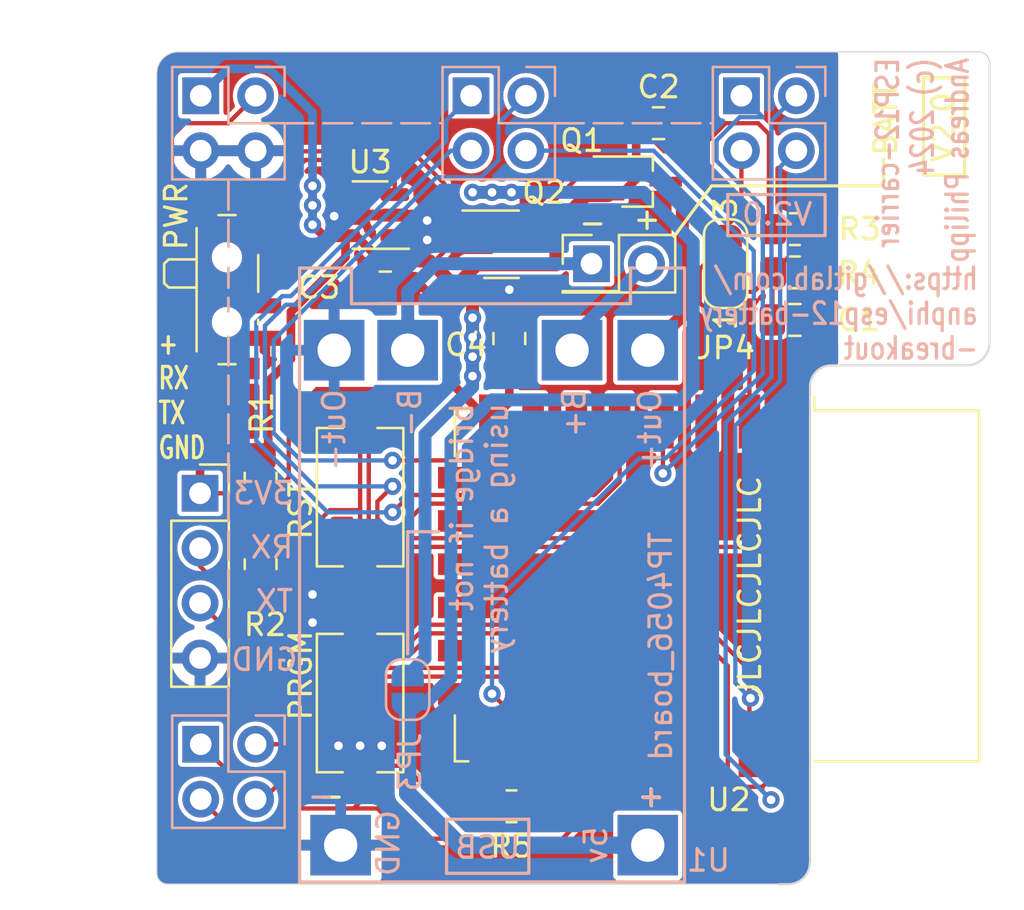
<source format=kicad_pcb>
(kicad_pcb (version 20221018) (generator pcbnew)
  (title_block (rev "2.0"))
  (layers (0 "F.Cu" signal) (31 "B.Cu" signal) (34 "B.Paste" user) (35 "F.Paste" user) (36 "B.SilkS" user "B.Silkscreen") (37 "F.SilkS" user "F.Silkscreen") (38 "B.Mask" user) (39 "F.Mask" user) (44 "Edge.Cuts" user))
  (property "VERSION" "2.0")
  (net 0 "")
  (net 1 "VCC_sense")
  (net 2 "GND")
  (net 3 "/B-")
  (net 4 "~{RST}")
  (net 5 "GPIO0")
  (net 6 "Net-(JP3-A)")
  (net 7 "ADC0")
  (net 8 "ADC")
  (net 9 "GPIO15")
  (net 10 "Net-(Q1-D)")
  (net 11 "Net-(U2-EN)")
  (net 12 "GPIO16")
  (net 13 "RXD")
  (net 14 "TXD")
  (net 15 "+3V3")
  (net 16 "GPIO14")
  (net 17 "GPIO12")
  (net 18 "GPIO13")
  (net 26 "VIN")
  (net 27 "GPIO2")
  (net 28 "GPIO4")
  (net 29 "GPIO5")
  (net 30 "/B+")
  (net 31 "EN")
  (footprint "Resistor_SMD:R_0805_2012Metric_Pad1.20x1.40mm_HandSolder" (layer "F.Cu") (at 85 110.9)
    (fp_text reference "R3" (at 3 0) (layer "F.SilkS"))
    (fp_text value "1M")
    (pad "1" smd roundrect (at -1 0) (size 1.2 1.4) (layers "F.Cu" "F.Paste" "F.Mask") (roundrect_rratio 0.208333) (net 26 "VIN"))
    (pad "2" smd roundrect (at 1 0) (size 1.2 1.4) (layers "F.Cu" "F.Paste" "F.Mask") (roundrect_rratio 0.208333) (net 1 "VCC_sense"))
  )
  (footprint "Capacitor_SMD:C_0805_2012Metric_Pad1.18x1.45mm_HandSolder" (layer "F.Cu") (at 85 115.1)
    (fp_text reference "C1" (at 2.95 0) (layer "F.SilkS"))
    (fp_text value "100n")
    (pad "1" smd roundrect (at -1.0375 0) (size 1.175 1.45) (layers "F.Cu" "F.Paste" "F.Mask") (roundrect_rratio 0.212766) (net 1 "VCC_sense"))
    (pad "2" smd roundrect (at 1.0375 0) (size 1.175 1.45) (layers "F.Cu" "F.Paste" "F.Mask") (roundrect_rratio 0.212766) (net 2 "GND"))
  )
  (footprint "Resistor_SMD:R_0805_2012Metric_Pad1.20x1.40mm_HandSolder" (layer "F.Cu") (at 60.3 126.4 -90)
    (fp_text reference "R2" (at 2.8 -0.2 -180) (layer "F.SilkS"))
    (fp_text value "10k")
    (pad "1" smd roundrect (at -1 0 270) (size 1.2 1.4) (layers "F.Cu" "F.Paste" "F.Mask") (roundrect_rratio 0.208333) (net 15 "+3V3"))
    (pad "2" smd roundrect (at 1 0 270) (size 1.2 1.4) (layers "F.Cu" "F.Paste" "F.Mask") (roundrect_rratio 0.208333) (net 4 "~{RST}"))
  )
  (footprint "Package_TO_SOT_SMD:SOT-23-5" (layer "F.Cu") (at 65.3625 110.25 180)
    (fp_text reference "U3" (at 0 2.45) (layer "F.SilkS"))
    (fp_text value "TLV75533PDBV")
    (pad "1" smd roundrect (at -1.1375 -0.95 180) (size 1.325 0.6) (layers "F.Cu" "F.Paste" "F.Mask") (net 26 "VIN"))
    (pad "2" smd roundrect (at -1.1375 0 180) (size 1.325 0.6) (layers "F.Cu" "F.Paste" "F.Mask") (net 2 "GND"))
    (pad "3" smd roundrect (at -1.1375 0.95 180) (size 1.325 0.6) (layers "F.Cu" "F.Paste" "F.Mask") (net 31 "EN"))
    (pad "4" smd roundrect (at 1.1375 0.95 180) (size 1.325 0.6) (layers "F.Cu" "F.Paste" "F.Mask"))
    (pad "5" smd roundrect (at 1.1375 -0.95 180) (size 1.325 0.6) (layers "F.Cu" "F.Paste" "F.Mask") (net 15 "+3V3"))
  )
  (footprint "Button_Switch_SMD:SW_Tactile_SPST_NO_Straight_CK_PTS636Sx25SMTRLFS" (layer "F.Cu") (at 64.9 123.3 90)
    (fp_text reference "SW2" hide)
    (fp_text value "RST" (at -0.6 -2.75 90 unlocked) (layer "F.SilkS"))
    (pad "1" smd rect (at -3.875 0 90) (size 1.25 1) (layers "F.Cu" "F.Paste" "F.Mask") (net 2 "GND"))
    (pad "2" smd rect (at 3.875 0 90) (size 1.25 1) (layers "F.Cu" "F.Paste" "F.Mask") (net 4 "~{RST}"))
  )
  (footprint "Jumper:SolderJumper-3_P1.3mm_Open_RoundedPad1.0x1.5mm_NumberLabels" (layer "F.Cu") (at 81.8 112.5 90)
    (fp_text reference "JP4" (at -3.9 0 180) (layer "F.SilkS"))
    (fp_text value "ADC_SRC")
    (fp_text user "3" (at 2.6 0 90) (layer "F.SilkS"))
    (fp_text user "1" (at -2.6 0 90) (layer "F.SilkS"))
    (pad "1" smd custom (at -1.3 0 90) (size 1 0.5) (layers "F.Cu" "F.Mask") (net 1 "VCC_sense") (options (clearance outline) (anchor rect)) (primitives (gr_circle (center 0 0.25) (end 0.5 0.25) (width 0) (fill yes)) (gr_circle (center 0 -0.25) (end 0.5 -0.25) (width 0) (fill yes)) (gr_poly (pts (xy 0.55 0.75) (xy 0 0.75) (xy 0 -0.75) (xy 0.55 -0.75)) (width 0) (fill yes))))
    (pad "2" smd rect (at 0 0 90) (size 1 1.5) (layers "F.Cu" "F.Mask") (net 7 "ADC0"))
    (pad "3" smd custom (at 1.3 0 90) (size 1 0.5) (layers "F.Cu" "F.Mask") (net 8 "ADC") (options (clearance outline) (anchor rect)) (primitives (gr_circle (center 0 0.25) (end 0.5 0.25) (width 0) (fill yes)) (gr_circle (center 0 -0.25) (end 0.5 -0.25) (width 0) (fill yes)) (gr_poly (pts (xy 0 0.75) (xy -0.55 0.75) (xy -0.55 -0.75) (xy 0 -0.75)) (width 0) (fill yes))))
  )
  (footprint "Connector_PinSocket_2.54mm:PinSocket_1x04_P2.54mm_Vertical" (layer "F.Cu") (at 57.5 123.12)
    (fp_text reference "J3" hide)
    (fp_text value "DEBUG")
    (pad "1" thru_hole rect (at 0 0) (size 1.7 1.7) (drill 1) (layers "*.Cu" "*.Mask") (net 15 "+3V3"))
    (pad "2" thru_hole oval (at 0 2.54) (size 1.7 1.7) (drill 1) (layers "*.Cu" "*.Mask") (net 13 "RXD"))
    (pad "3" thru_hole oval (at 0 5.08) (size 1.7 1.7) (drill 1) (layers "*.Cu" "*.Mask") (net 14 "TXD"))
    (pad "4" thru_hole oval (at 0 7.62) (size 1.7 1.7) (drill 1) (layers "*.Cu" "*.Mask") (net 2 "GND"))
  )
  (footprint "Package_TO_SOT_SMD:SOT-23-3" (layer "F.Cu") (at 71.4375 111.6)
    (fp_text reference "Q2" (at 1.9625 -2.4) (layer "F.SilkS"))
    (fp_text value "DMN2310U")
    (pad "1" smd roundrect (at -1.1375 -0.95) (size 1.325 0.6) (layers "F.Cu" "F.Paste" "F.Mask") (net 6 "Net-(JP3-A)"))
    (pad "2" smd roundrect (at -1.1375 0.95) (size 1.325 0.6) (layers "F.Cu" "F.Paste" "F.Mask") (net 26 "VIN"))
    (pad "3" smd roundrect (at 1.1375 0) (size 1.325 0.6) (layers "F.Cu" "F.Paste" "F.Mask") (net 6 "Net-(JP3-A)"))
  )
  (footprint "Capacitor_SMD:C_0805_2012Metric_Pad1.18x1.45mm_HandSolder" (layer "F.Cu") (at 66.0625 113.6 180)
    (fp_text reference "C3" (at 3.0625 0) (layer "F.SilkS"))
    (fp_text value "1u")
    (pad "1" smd roundrect (at -1.0375 0 180) (size 1.175 1.45) (layers "F.Cu" "F.Paste" "F.Mask") (roundrect_rratio 0.212766) (net 15 "+3V3"))
    (pad "2" smd roundrect (at 1.0375 0 180) (size 1.175 1.45) (layers "F.Cu" "F.Paste" "F.Mask") (roundrect_rratio 0.212766) (net 2 "GND"))
  )
  (footprint "Capacitor_SMD:C_0805_2012Metric_Pad1.18x1.45mm_HandSolder" (layer "F.Cu") (at 78.7 106)
    (fp_text reference "C2" (at 0 -1.68) (layer "F.SilkS"))
    (fp_text value "1u")
    (pad "1" smd roundrect (at -1.0375 0) (size 1.175 1.45) (layers "F.Cu" "F.Paste" "F.Mask") (roundrect_rratio 0.212766) (net 26 "VIN"))
    (pad "2" smd roundrect (at 1.0375 0) (size 1.175 1.45) (layers "F.Cu" "F.Paste" "F.Mask") (roundrect_rratio 0.212766) (net 2 "GND"))
  )
  (footprint "Button_Switch_SMD:SW_Tactile_SPST_NO_Straight_CK_PTS636Sx25SMTRLFS" (layer "F.Cu") (at 64.9 132.825 90)
    (fp_text reference "SW3" hide)
    (fp_text value "PRGM" (at 1.275 -2.75 90 unlocked) (layer "F.SilkS"))
    (pad "1" smd rect (at -3.875 0 90) (size 1.25 1) (layers "F.Cu" "F.Paste" "F.Mask") (net 5 "GPIO0"))
    (pad "2" smd rect (at 3.875 0 90) (size 1.25 1) (layers "F.Cu" "F.Paste" "F.Mask") (net 2 "GND"))
  )
  (footprint "RF_Module:ESP-12E" (layer "F.Cu") (at 81.4 127.4 -90)
    (fp_text reference "U2" (at 9.9 -0.55 -180) (layer "F.SilkS"))
    (fp_text value "ESP-12E")
    (pad "1" smd rect (at -7.6 -3.5 270) (size 2.5 1) (layers "F.Cu" "F.Paste" "F.Mask") (net 4 "~{RST}"))
    (pad "2" smd rect (at -7.6 -1.5 270) (size 2.5 1) (layers "F.Cu" "F.Paste" "F.Mask") (net 7 "ADC0"))
    (pad "3" smd rect (at -7.6 0.5 270) (size 2.5 1) (layers "F.Cu" "F.Paste" "F.Mask") (net 11 "Net-(U2-EN)"))
    (pad "4" smd rect (at -7.6 2.5 270) (size 2.5 1) (layers "F.Cu" "F.Paste" "F.Mask") (net 12 "GPIO16"))
    (pad "5" smd rect (at -7.6 4.5 270) (size 2.5 1) (layers "F.Cu" "F.Paste" "F.Mask") (net 16 "GPIO14"))
    (pad "6" smd rect (at -7.6 6.5 270) (size 2.5 1) (layers "F.Cu" "F.Paste" "F.Mask") (net 17 "GPIO12"))
    (pad "7" smd rect (at -7.6 8.5 270) (size 2.5 1) (layers "F.Cu" "F.Paste" "F.Mask") (net 18 "GPIO13"))
    (pad "8" smd rect (at -7.6 10.5 270) (size 2.5 1) (layers "F.Cu" "F.Paste" "F.Mask") (net 15 "+3V3"))
    (pad "9" smd rect (at -5 12 270) (size 1 1.8) (layers "F.Cu" "F.Paste" "F.Mask"))
    (pad "10" smd rect (at -3 12 270) (size 1 1.8) (layers "F.Cu" "F.Paste" "F.Mask"))
    (pad "11" smd rect (at -1 12 270) (size 1 1.8) (layers "F.Cu" "F.Paste" "F.Mask"))
    (pad "12" smd rect (at 1 12 270) (size 1 1.8) (layers "F.Cu" "F.Paste" "F.Mask"))
    (pad "13" smd rect (at 3 12 270) (size 1 1.8) (layers "F.Cu" "F.Paste" "F.Mask"))
    (pad "14" smd rect (at 5 12 270) (size 1 1.8) (layers "F.Cu" "F.Paste" "F.Mask"))
    (pad "15" smd rect (at 7.6 10.5 270) (size 2.5 1) (layers "F.Cu" "F.Paste" "F.Mask") (net 2 "GND"))
    (pad "16" smd rect (at 7.6 8.5 270) (size 2.5 1) (layers "F.Cu" "F.Paste" "F.Mask") (net 9 "GPIO15"))
    (pad "17" smd rect (at 7.6 6.5 270) (size 2.5 1) (layers "F.Cu" "F.Paste" "F.Mask") (net 27 "GPIO2"))
    (pad "18" smd rect (at 7.6 4.5 270) (size 2.5 1) (layers "F.Cu" "F.Paste" "F.Mask") (net 5 "GPIO0"))
    (pad "19" smd rect (at 7.6 2.5 270) (size 2.5 1) (layers "F.Cu" "F.Paste" "F.Mask") (net 28 "GPIO4"))
    (pad "20" smd rect (at 7.6 0.5 270) (size 2.5 1) (layers "F.Cu" "F.Paste" "F.Mask") (net 29 "GPIO5"))
    (pad "21" smd rect (at 7.6 -1.5 270) (size 2.5 1) (layers "F.Cu" "F.Paste" "F.Mask") (net 13 "RXD"))
    (pad "22" smd rect (at 7.6 -3.5 270) (size 2.5 1) (layers "F.Cu" "F.Paste" "F.Mask") (net 14 "TXD"))
    (zone (net 0) (net_name "") (layers "*.Cu") (connect_pads (clearance 0)) (min_thickness 0.254)
      (keepout (tracks not_allowed) (vias not_allowed) (pads not_allowed) (copperpour not_allowed) (footprints not_allowed))
      (fill (thermal_gap 0.508) (thermal_bridge_width 0.508))
      (polygon (pts (xy 86.2 119.28) (xy 86.2 135.52) (xy 93.52 135.52) (xy 93.52 119.28)))
    )
  )
  (footprint "esp-board-lib:carrier-template" (layer "F.Cu") (at 48.5 140.3)
    (fp_text reference "J2" hide)
    (fp_text value "~")
    (fp_line (start 35.75 0.9) (end 7.5 0.9) (stroke (width 0.05)) (layer "Edge.Cuts"))
    (pad "1" thru_hole rect locked (at 9.03 -5.57) (size 1.7 1.7) (drill 1) (layers "*.Cu" "*.Mask") (net 28 "GPIO4"))
    (pad "2" thru_hole oval locked (at 11.57 -5.57) (size 1.7 1.7) (drill 1) (layers "*.Cu" "*.Mask") (net 29 "GPIO5"))
    (pad "3" thru_hole oval locked (at 9.03 -3.03) (size 1.7 1.7) (drill 1) (layers "*.Cu" "*.Mask") (net 5 "GPIO0"))
    (pad "4" thru_hole oval locked (at 11.57 -3.03) (size 1.7 1.7) (drill 1) (layers "*.Cu" "*.Mask") (net 27 "GPIO2"))
    (pad "5" thru_hole rect locked (at 9.03 -35.57) (size 1.7 1.7) (drill 1) (layers "*.Cu" "*.Mask") (net 15 "+3V3"))
    (pad "6" thru_hole oval locked (at 11.57 -35.57) (size 1.7 1.7) (drill 1) (layers "*.Cu" "*.Mask") (net 4 "~{RST}"))
    (pad "7" thru_hole oval locked (at 9.03 -33.03) (size 1.7 1.7) (drill 1) (layers "*.Cu" "*.Mask") (net 2 "GND"))
    (pad "8" thru_hole oval locked (at 11.57 -33.03) (size 1.7 1.7) (drill 1) (layers "*.Cu" "*.Mask") (net 2 "GND"))
    (pad "9" thru_hole rect locked (at 21.53 -35.57) (size 1.7 1.7) (drill 1) (layers "*.Cu" "*.Mask") (net 17 "GPIO12"))
    (pad "10" thru_hole oval locked (at 24.07 -35.57) (size 1.7 1.7) (drill 1) (layers "*.Cu" "*.Mask") (net 18 "GPIO13"))
    (pad "11" thru_hole oval locked (at 21.53 -33.03) (size 1.7 1.7) (drill 1) (layers "*.Cu" "*.Mask") (net 16 "GPIO14"))
    (pad "12" thru_hole oval locked (at 24.07 -33.03) (size 1.7 1.7) (drill 1) (layers "*.Cu" "*.Mask") (net 9 "GPIO15"))
    (pad "13" thru_hole rect locked (at 34.03 -35.57) (size 1.7 1.7) (drill 1) (layers "*.Cu" "*.Mask") (net 12 "GPIO16"))
    (pad "14" thru_hole oval locked (at 36.57 -35.57) (size 1.7 1.7) (drill 1) (layers "*.Cu" "*.Mask") (net 14 "TXD"))
    (pad "15" thru_hole oval locked (at 34.03 -33.03) (size 1.7 1.7) (drill 1) (layers "*.Cu" "*.Mask") (net 8 "ADC"))
    (pad "16" thru_hole oval locked (at 36.57 -33.03) (size 1.7 1.7) (drill 1) (layers "*.Cu" "*.Mask") (net 13 "RXD"))
  )
  (footprint "Resistor_SMD:R_0805_2012Metric_Pad1.20x1.40mm_HandSolder" (layer "F.Cu") (at 85 112.9)
    (fp_text reference "R4" (at 2.95 0.05) (layer "F.SilkS"))
    (fp_text value "220k")
    (pad "1" smd roundrect (at -1 0) (size 1.2 1.4) (layers "F.Cu" "F.Paste" "F.Mask") (roundrect_rratio 0.208333) (net 1 "VCC_sense"))
    (pad "2" smd roundrect (at 1 0) (size 1.2 1.4) (layers "F.Cu" "F.Paste" "F.Mask") (roundrect_rratio 0.208333) (net 2 "GND"))
  )
  (footprint "Package_TO_SOT_SMD:SOT-323_SC-70_Handsoldering" (layer "F.Cu") (at 77.7 108.7)
    (fp_text reference "Q1" (at -2.55 -1.9) (layer "F.SilkS"))
    (fp_text value "PMF170XP")
    (pad "1" smd rect (at -1.33 -0.65 270) (size 0.45 1.5) (layers "F.Cu" "F.Paste" "F.Mask") (net 6 "Net-(JP3-A)"))
    (pad "2" smd rect (at -1.33 0.65 270) (size 0.45 1.5) (layers "F.Cu" "F.Paste" "F.Mask") (net 26 "VIN"))
    (pad "3" smd rect (at 1.33 0 270) (size 0.45 1.5) (layers "F.Cu" "F.Paste" "F.Mask") (net 10 "Net-(Q1-D)"))
  )
  (footprint "Resistor_SMD:R_0805_2012Metric_Pad1.20x1.40mm_HandSolder" (layer "F.Cu") (at 60.3 122.4 -90)
    (fp_text reference "R1" (at -3 -0.05 -90) (layer "F.SilkS"))
    (fp_text value "10k")
    (pad "1" smd roundrect (at -1 0 270) (size 1.2 1.4) (layers "F.Cu" "F.Paste" "F.Mask") (roundrect_rratio 0.208333) (net 15 "+3V3"))
    (pad "2" smd roundrect (at 1 0 270) (size 1.2 1.4) (layers "F.Cu" "F.Paste" "F.Mask") (roundrect_rratio 0.208333) (net 11 "Net-(U2-EN)"))
  )
  (footprint "Connector_PinHeader_2.54mm:PinHeader_2x01_P2.54mm_Vertical" (layer "F.Cu") (at 75.6 112.5)
    (fp_text reference "J1" hide)
    (fp_text value "BATT" (at 13.6 -6.7 90) (layer "F.SilkS"))
    (pad "1" thru_hole rect (at 0 0) (size 1.7 1.7) (drill 1) (layers "*.Cu" "*.Mask") (net 3 "/B-"))
    (pad "2" thru_hole oval (at 2.54 0) (size 1.7 1.7) (drill 1) (layers "*.Cu" "*.Mask") (net 30 "/B+"))
  )
  (footprint "Button_Switch_SMD:SW_SPDT_PCM12" (layer "F.Cu") (at 59.07 113.7 -90)
    (fp_text reference "SW1" hide)
    (fp_text value "PWR" (at -3.4 2.675 90) (layer "F.SilkS"))
    (pad "" smd rect (at -3.65 -0.78 270) (size 1 0.8) (layers "F.Cu" "F.Paste" "F.Mask"))
    (pad "" smd rect (at -3.65 1.43 270) (size 1 0.8) (layers "F.Cu" "F.Paste" "F.Mask"))
    (pad "" np_thru_hole circle (at -1.5 0.33 270) (size 0.9 0.9) (drill 0.9) (layers "*.Cu" "*.Mask"))
    (pad "" np_thru_hole circle (at 1.5 0.33 270) (size 0.9 0.9) (drill 0.9) (layers "*.Cu" "*.Mask"))
    (pad "" smd rect (at 3.65 -0.78 270) (size 1 0.8) (layers "F.Cu" "F.Paste" "F.Mask"))
    (pad "" smd rect (at 3.65 1.43 270) (size 1 0.8) (layers "F.Cu" "F.Paste" "F.Mask"))
    (pad "1" smd rect (at -2.25 -1.43 270) (size 0.7 1.5) (layers "F.Cu" "F.Paste" "F.Mask") (net 26 "VIN"))
    (pad "2" smd rect (at 0.75 -1.43 270) (size 0.7 1.5) (layers "F.Cu" "F.Paste" "F.Mask") (net 31 "EN"))
    (pad "3" smd rect (at 2.25 -1.43 270) (size 0.7 1.5) (layers "F.Cu" "F.Paste" "F.Mask") (net 2 "GND"))
  )
  (footprint "Capacitor_SMD:C_0805_2012Metric_Pad1.18x1.45mm_HandSolder" (layer "F.Cu") (at 71.8 115.9625 -90)
    (fp_text reference "C4" (at 0.2875 2 -180) (layer "F.SilkS"))
    (fp_text value "100n")
    (pad "1" smd roundrect (at -1.0375 0 270) (size 1.175 1.45) (layers "F.Cu" "F.Paste" "F.Mask") (roundrect_rratio 0.212766) (net 2 "GND"))
    (pad "2" smd roundrect (at 1.0375 0 270) (size 1.175 1.45) (layers "F.Cu" "F.Paste" "F.Mask") (roundrect_rratio 0.212766) (net 15 "+3V3"))
  )
  (footprint "Resistor_SMD:R_0805_2012Metric_Pad1.20x1.40mm_HandSolder" (layer "F.Cu") (at 71.9 137.6 180)
    (fp_text reference "R5" (at 0 -1.85 180) (layer "F.SilkS"))
    (fp_text value "10k")
    (pad "1" smd roundrect (at -1 0 180) (size 1.2 1.4) (layers "F.Cu" "F.Paste" "F.Mask") (roundrect_rratio 0.208333) (net 9 "GPIO15"))
    (pad "2" smd roundrect (at 1 0 180) (size 1.2 1.4) (layers "F.Cu" "F.Paste" "F.Mask") (roundrect_rratio 0.208333) (net 2 "GND"))
  )
  (footprint "Jumper:SolderJumper-2_P1.3mm_Open_RoundedPad1.0x1.5mm" (layer "B.Cu") (at 67.1 132.2 90)
    (fp_text reference "JP3" (at -3.35 0.1 90) (layer "B.SilkS") (effects (justify mirror)))
    (fp_text value "no battery bridge")
    (pad "1" smd custom (at -0.65 0 90) (size 1 0.5) (layers "B.Cu" "B.Mask") (net 6 "Net-(JP3-A)") (options (clearance outline) (anchor rect)) (primitives (gr_circle (center 0 -0.25) (end 0.5 -0.25) (width 0) (fill yes)) (gr_circle (center 0 0.25) (end 0.5 0.25) (width 0) (fill yes)) (gr_poly (pts (xy 0.5 -0.75) (xy 0 -0.75) (xy 0 0.75) (xy 0.5 0.75)) (width 0) (fill yes))))
    (pad "2" smd custom (at 0.65 0 90) (size 1 0.5) (layers "B.Cu" "B.Mask") (net 26 "VIN") (options (clearance outline) (anchor rect)) (primitives (gr_circle (center 0 -0.25) (end 0.5 -0.25) (width 0) (fill yes)) (gr_circle (center 0 0.25) (end 0.5 0.25) (width 0) (fill yes)) (gr_poly (pts (xy 0 -0.75) (xy -0.5 -0.75) (xy -0.5 0.75) (xy 0 0.75)) (width 0) (fill yes))))
  )
  (footprint "anphi_util:TP4056-18650" (layer "B.Cu") (at 79.9 141.1 90)
    (fp_text reference "U1" (at 1 1.1 180) (layer "B.SilkS") (effects (justify mirror)))
    (fp_text value "TP4056_board" (at 10.9 -1.1 90) (layer "B.SilkS") (effects (justify mirror)))
    (fp_text user "GND" (at 1.8 -13.7 90) (layer "B.SilkS") (effects (justify mirror)))
    (fp_text user "+" (at 3.9 -1.6 90) (layer "B.SilkS") (effects (justify mirror)))
    (fp_text user "B+" (at 21.7 -5.1 90) (layer "B.SilkS") (effects (justify mirror)))
    (fp_text user "Out-" (at 20.9 -16.2 90) (layer "B.SilkS") (effects (justify mirror)))
    (fp_text user "-" (at 4 -16.8 180) (layer "B.SilkS") (effects (justify mirror)))
    (fp_text user "USB" (at 1.6 -9.1) (layer "B.SilkS") (effects (justify mirror)))
    (fp_text user "B-" (at 21.7 -12.7 90) (layer "B.SilkS") (effects (justify mirror)))
    (fp_text user "Out+" (at 20.9 -1.6 90) (layer "B.SilkS") (effects (justify mirror)))
    (fp_text user "5v" (at 1.7 -4.1 90) (layer "B.SilkS") (effects (justify mirror)))
    (pad "1" thru_hole rect (at 1.7 -1.7 90) (size 2.8 2.8) (drill 1.54) (layers "*.Cu" "*.Mask") (net 6 "Net-(JP3-A)"))
    (pad "2" thru_hole rect (at 1.7 -15.9 90) (size 2.8 2.8) (drill 1.54) (layers "*.Cu" "*.Mask") (net 2 "GND"))
    (pad "3" thru_hole rect (at 24.6 -1.7 90) (size 2.8 2.8) (drill 1.54) (layers "*.Cu" "*.Mask") (net 10 "Net-(Q1-D)"))
    (pad "4" thru_hole rect (at 24.6 -16.2 90) (size 2.8 2.8) (drill 1.54) (layers "*.Cu" "*.Mask") (net 2 "GND"))
    (pad "5" thru_hole rect (at 24.6 -5.2 90) (size 2.8 2.8) (drill 1.54) (layers "*.Cu" "*.Mask") (net 30 "/B+"))
    (pad "6" thru_hole rect (at 24.6 -12.8 90) (size 2.8 2.8) (drill 1.54) (layers "*.Cu" "*.Mask") (net 3 "/B-"))
  )
  (gr_line (start 67.1 124.9) (end 68.55 124.9) (stroke (width 0.15)) (layer "B.SilkS"))
  (gr_line (start 67.1 130.55) (end 67.1 124.9) (stroke (width 0.15)) (layer "B.SilkS"))
  (gr_rect (start 81.9 109.3) (end 86.4 111.2) (stroke (width 0.15)) (fill none) (layer "B.SilkS"))
  (gr_line (start 89.1 108.9) (end 89.1 107.65) (stroke (width 0.15)) (layer "F.SilkS"))
  (gr_line (start 81.15 108.9) (end 89.1 108.9) (stroke (width 0.15)) (layer "F.SilkS"))
  (gr_line (start 79.47 111.17) (end 81.15 108.9) (stroke (width 0.15)) (layer "F.SilkS"))
  (gr_rect (start 90.95 103.9) (end 92.85 108.4) (stroke (width 0.15)) (fill none) (layer "F.SilkS"))
  (gr_arc (start 55.499086 103.707107) (mid 55.809658 102.979322) (end 56.55 102.7) (stroke (width 0.05)) (layer "Edge.Cuts"))
  (gr_arc (start 94 116.157538) (mid 93.69467 116.894669) (end 92.957538 117.2) (stroke (width 0.1)) (layer "Edge.Cuts"))
  (gr_arc (start 85.692918 140.2) (mid 85.402526 140.904607) (end 84.7 141.2) (stroke (width 0.1)) (layer "Edge.Cuts"))
  (gr_arc (start 56 141.199999) (mid 55.646225 141.051262) (end 55.499988 140.696447) (stroke (width 0.05)) (layer "Edge.Cuts"))
  (gr_line (start 55.495725 103.707107) (end 55.499988 140.696447) (stroke (width 0.05)) (layer "Edge.Cuts"))
  (gr_line (start 94 103.2) (end 94 116.157538) (stroke (width 0.1)) (layer "Edge.Cuts"))
  (gr_line (start 56.55 102.7) (end 93.496447 102.699988) (stroke (width 0.05)) (layer "Edge.Cuts"))
  (gr_line (start 85.7 140.2) (end 85.7 118.231484) (stroke (width 0.1)) (layer "Edge.Cuts"))
  (gr_line (start 84.25 141.2) (end 84.7 141.2) (stroke (width 0.1)) (layer "Edge.Cuts"))
  (gr_arc (start 85.7 118.231484) (mid 85.97331 117.503747) (end 86.688878 117.2) (stroke (width 0.1)) (layer "Edge.Cuts"))
  (gr_arc (start 93.496447 102.699988) (mid 93.851263 102.846225) (end 93.999999 103.2) (stroke (width 0.05)) (layer "Edge.Cuts"))
  (gr_line (start 86.688878 117.2) (end 92.957538 117.2) (stroke (width 0.1)) (layer "Edge.Cuts"))
  (gr_text "https://gitlab.com/\nanphi/esp12-battery\n-breakout" (at 93.55 117) (layer "B.SilkS") (effects (font (size 1 0.8)) (justify left bottom mirror)))
  (gr_text "bridge if not \nusing a battery" (at 71.8 118.85 90) (layer "B.SilkS") (effects (font (size 1 1)) (justify left bottom mirror)))
  (gr_text "RX" (at 61.9 126.2) (layer "B.SilkS") (effects (font (size 1 1)) (justify left bottom mirror)))
  (gr_text "3V3" (at 61.9 123.7) (layer "B.SilkS") (effects (font (size 1 1)) (justify left bottom mirror)))
  (gr_text "ESP12-carrier\n(c) 2024 \nAndreas Philipp" (at 93.1 102.9 90) (layer "B.SilkS") (effects (font (size 1 0.8)) (justify left bottom mirror)))
  (gr_text "TX" (at 61.9 128.7) (layer "B.SilkS") (effects (font (size 1 1)) (justify left bottom mirror)))
  (gr_text "V${REVISION}" (at 85.9 110.8) (layer "B.SilkS") (effects (font (size 1 1)) (justify left bottom mirror)))
  (gr_text "GND" (at 62.1 131.4) (layer "B.SilkS") (effects (font (size 1 1)) (justify left bottom mirror)))
  (gr_text "-" (at 74.935 111.17) (layer "F.SilkS") (effects (font (size 1 1)) (justify left bottom)))
  (gr_text "+" (at 77.45 111) (layer "F.SilkS") (effects (font (size 1 1)) (justify left bottom)))
  (gr_text "JLCJLCJLCJLC" (at 83.5 132.7 90) (layer "F.SilkS") (effects (font (size 1 1)) (justify left bottom)))
  (gr_text "-" (at 63.55 137.25 -180) (layer "F.SilkS") (effects (font (size 1 1))))
  (gr_text "+" (at 78.35 137.1) (layer "F.SilkS") (effects (font (size 1 1))))
  (gr_text "+\nRX\nTX\nGND" (at 55.5 121.6) (layer "F.SilkS") (effects (font (size 1 0.7)) (justify left bottom)))
  (gr_text "V${REVISION}" (at 92.45 107.9 90) (layer "F.SilkS") (effects (font (size 1 1)) (justify left bottom)))
  (segment (start 83.1 113.8) (end 84 112.9) (width 0.2) (layer "F.Cu") (net 1))
  (segment (start 83.9625 112.9375) (end 84 112.9) (width 0.2) (layer "F.Cu") (net 1))
  (segment (start 81.8 113.8) (end 83.1 113.8) (width 0.2) (layer "F.Cu") (net 1))
  (segment (start 84 112.9) (end 86 110.9) (width 0.2) (layer "F.Cu") (net 1))
  (segment (start 83.9625 115.1) (end 83.9625 112.9375) (width 0.2) (layer "F.Cu") (net 1))
  (segment (start 70.9 137.6) (end 70.9 135) (width 0.2) (layer "F.Cu") (net 2))
  (via (at 62.7 127.8) (size 0.8) (drill 0.4) (layers "F.Cu" "B.Cu") (net 2))
  (via (at 65.9 134.8) (size 0.8) (drill 0.4) (layers "F.Cu" "B.Cu") (net 2))
  (via (at 63.7 110.3) (size 0.8) (drill 0.4) (layers "F.Cu" "B.Cu") (net 2))
  (via (at 68 111.4) (size 0.8) (drill 0.4) (layers "F.Cu" "B.Cu") (net 2))
  (via (at 71.8 113.7) (size 0.8) (drill 0.4) (layers "F.Cu" "B.Cu") (net 2))
  (via (at 62.7 129.1) (size 0.8) (drill 0.4) (layers "F.Cu" "B.Cu") (net 2))
  (via (at 63.9 134.8) (size 0.8) (drill 0.4) (layers "F.Cu" "B.Cu") (net 2))
  (via (at 64.9 134.8) (size 0.8) (drill 0.4) (layers "F.Cu" "B.Cu") (net 2))
  (via (at 68 110.5) (size 0.8) (drill 0.4) (layers "F.Cu" "B.Cu") (net 2))
  (segment (start 68.4 112.5) (end 75.6 112.5) (width 0.6) (layer "B.Cu") (net 3))
  (segment (start 67.1 113.8) (end 68.4 112.5) (width 0.6) (layer "B.Cu") (net 3))
  (segment (start 67.1 116.5) (end 67.1 113.8) (width 0.6) (layer "B.Cu") (net 3))
  (segment (start 63.5 123.9) (end 64.9 123.9) (width 0.2) (layer "F.Cu") (net 4))
  (segment (start 56.2 108.55) (end 56.9 109.25) (width 0.2) (layer "F.Cu") (net 4))
  (segment (start 56.9 109.25) (end 56.9 121.42) (width 0.2) (layer "F.Cu") (net 4))
  (segment (start 56.2 124.12) (end 56.48 124.4) (width 0.2) (layer "F.Cu") (net 4))
  (segment (start 59.2 126.3) (end 60.3 127.4) (width 0.2) (layer "F.Cu") (net 4))
  (segment (start 62.8 124.6) (end 63.5 123.9) (width 0.2) (layer "F.Cu") (net 4))
  (segment (start 64.9 125.2) (end 65.3 125.6) (width 0.2) (layer "F.Cu") (net 4))
  (segment (start 60.07 104.73) (end 58.8 106) (width 0.2) (layer "F.Cu") (net 4))
  (segment (start 82.7 125.6) (end 84.9 123.4) (width 0.2) (layer "F.Cu") (net 4))
  (segment (start 58.8 106) (end 56.8 106) (width 0.2) (layer "F.Cu") (net 4))
  (segment (start 61.4 127.4) (end 62.8 126) (width 0.2) (layer "F.Cu") (net 4))
  (segment (start 60.3 127.4) (end 61.4 127.4) (width 0.2) (layer "F.Cu") (net 4))
  (segment (start 64.9 119.425) (end 64.9 123.9) (width 0.2) (layer "F.Cu") (net 4))
  (segment (start 56.48 124.4) (end 58.1 124.4) (width 0.2) (layer "F.Cu") (net 4))
  (segment (start 56.2 106.6) (end 56.2 108.55) (width 0.2) (layer "F.Cu") (net 4))
  (segment (start 62.8 126) (end 62.8 124.6) (width 0.2) (layer "F.Cu") (net 4))
  (segment (start 64.9 123.9) (end 64.9 125.2) (width 0.2) (layer "F.Cu") (net 4))
  (segment (start 84.9 123.4) (end 84.9 119.8) (width 0.2) (layer "F.Cu") (net 4))
  (segment (start 58.1 124.4) (end 59.2 125.5) (width 0.2) (layer "F.Cu") (net 4))
  (segment (start 56.8 106) (end 56.2 106.6) (width 0.2) (layer "F.Cu") (net 4))
  (segment (start 65.3 125.6) (end 82.7 125.6) (width 0.2) (layer "F.Cu") (net 4))
  (segment (start 56.9 121.42) (end 56.2 122.12) (width 0.2) (layer "F.Cu") (net 4))
  (segment (start 59.2 125.5) (end 59.2 126.3) (width 0.2) (layer "F.Cu") (net 4))
  (segment (start 56.2 122.12) (end 56.2 124.12) (width 0.2) (layer "F.Cu") (net 4))
  (segment (start 64.6 137.7) (end 62 137.7) (width 0.2) (layer "F.Cu") (net 5))
  (segment (start 67.1 139.1) (end 65.7 137.7) (width 0.2) (layer "F.Cu") (net 5))
  (segment (start 62 137.7) (end 61 138.7) (width 0.2) (layer "F.Cu") (net 5))
  (segment (start 74.25 139.1) (end 67.1 139.1) (width 0.2) (layer "F.Cu") (net 5))
  (segment (start 65.7 137.7) (end 64.6 137.7) (width 0.2) (layer "F.Cu") (net 5))
  (segment (start 64.9 137.4) (end 64.6 137.7) (width 0.2) (layer "F.Cu") (net 5))
  (segment (start 76.9 135) (end 76.9 136.45) (width 0.2) (layer "F.Cu") (net 5))
  (segment (start 64.9 136.7) (end 64.9 137.4) (width 0.2) (layer "F.Cu") (net 5))
  (segment (start 76.9 136.45) (end 74.25 139.1) (width 0.2) (layer "F.Cu") (net 5))
  (segment (start 61 138.7) (end 58.96 138.7) (width 0.2) (layer "F.Cu") (net 5))
  (segment (start 58.96 138.7) (end 57.53 137.27) (width 0.2) (layer "F.Cu") (net 5))
  (segment (start 71.9 109.2) (end 71 109.2) (width 0.6) (layer "F.Cu") (net 6))
  (segment (start 72.575 111.6) (end 72.575 109.375) (width 0.6) (layer "F.Cu") (net 6))
  (segment (start 76.37 108.05) (end 75.42 108.05) (width 0.2) (layer "F.Cu") (net 6))
  (segment (start 72.4 109.2) (end 71.9 109.2) (width 0.6) (layer "F.Cu") (net 6))
  (segment (start 72.575 109.375) (end 72.4 109.2) (width 0.6) (layer "F.Cu") (net 6))
  (segment (start 72.575 110.895) (end 72.575 111.6) (width 0.2) (layer "F.Cu") (net 6))
  (segment (start 71 109.2) (end 70.4 109.2) (width 0.6) (layer "F.Cu") (net 6))
  (segment (start 72.575 111.6) (end 71.25 111.6) (width 0.2) (layer "F.Cu") (net 6))
  (segment (start 75.42 108.05) (end 72.575 110.895) (width 0.2) (layer "F.Cu") (net 6))
  (segment (start 70.4 109.2) (end 70.1 109.2) (width 0.6) (layer "F.Cu") (net 6))
  (segment (start 71.25 111.6) (end 70.3 110.65) (width 0.2) (layer "F.Cu") (net 6))
  (via (at 71.9 109.2) (size 0.8) (drill 0.4) (layers "F.Cu" "B.Cu") (net 6))
  (via (at 71 109.2) (size 0.8) (drill 0.4) (layers "F.Cu" "B.Cu") (net 6))
  (via (at 70.1 109.2) (size 0.8) (drill 0.4) (layers "F.Cu" "B.Cu") (net 6))
  (segment (start 67.1 132.85) (end 67.898528 132.85) (width 0.6) (layer "B.Cu") (net 6))
  (segment (start 71 118.8) (end 79.7 118.8) (width 0.6) (layer "B.Cu") (net 6))
  (segment (start 67.898528 132.85) (end 69.1 131.648528) (width 0.6) (layer "B.Cu") (net 6))
  (segment (start 80.3 118.2) (end 80.3 111.5) (width 0.6) (layer "B.Cu") (net 6))
  (segment (start 69.5 139.4) (end 67.1 137) (width 0.8) (layer "B.Cu") (net 6))
  (segment (start 80.3 111.5) (end 78 109.2) (width 0.6) (layer "B.Cu") (net 6))
  (segment (start 79.7 118.8) (end 80.3 118.2) (width 0.6) (layer "B.Cu") (net 6))
  (segment (start 67.1 137) (end 67.1 132.85) (width 0.8) (layer "B.Cu") (net 6))
  (segment (start 78.2 139.4) (end 78.2 139.25) (width 0.8) (layer "B.Cu") (net 6))
  (segment (start 69.1 131.648528) (end 69.1 120.7) (width 0.6) (layer "B.Cu") (net 6))
  (segment (start 78 109.2) (end 70.1 109.2) (width 0.6) (layer "B.Cu") (net 6))
  (segment (start 69.1 120.7) (end 71 118.8) (width 0.6) (layer "B.Cu") (net 6))
  (segment (start 78.2 139.4) (end 69.5 139.4) (width 0.8) (layer "B.Cu") (net 6))
  (segment (start 80.6 114.3) (end 80.6 112.75) (width 0.2) (layer "F.Cu") (net 7))
  (segment (start 80.85 112.5) (end 81.8 112.5) (width 0.2) (layer "F.Cu") (net 7))
  (segment (start 82.9 116.6) (end 80.6 114.3) (width 0.2) (layer "F.Cu") (net 7))
  (segment (start 80.6 112.75) (end 80.85 112.5) (width 0.2) (layer "F.Cu") (net 7))
  (segment (start 82.9 119.8) (end 82.9 116.6) (width 0.2) (layer "F.Cu") (net 7))
  (segment (start 82.53 110.07) (end 82.53 107.27) (width 0.2) (layer "F.Cu") (net 8))
  (segment (start 81.4 111.2) (end 82.53 110.07) (width 0.2) (layer "F.Cu") (net 8))
  (segment (start 72.9 135) (end 72.9 134.3) (width 0.2) (layer "F.Cu") (net 9))
  (segment (start 72.9 134.3) (end 71 132.4) (width 0.2) (layer "F.Cu") (net 9))
  (segment (start 72.9 137.6) (end 72.9 135) (width 0.2) (layer "F.Cu") (net 9))
  (via (at 71 132.4) (size 0.8) (drill 0.4) (layers "F.Cu" "B.Cu") (net 9))
  (segment (start 71 128.3) (end 77.8 121.5) (width 0.2) (layer "B.Cu") (net 9))
  (segment (start 83.1 111.9) (end 78.47 107.27) (width 0.2) (layer "B.Cu") (net 9))
  (segment (start 78.47 107.27) (end 72.57 107.27) (width 0.2) (layer "B.Cu") (net 9))
  (segment (start 83.1 117.434314) (end 83.1 111.9) (width 0.2) (layer "B.Cu") (net 9))
  (segment (start 79.034314 121.5) (end 83.1 117.434314) (width 0.2) (layer "B.Cu") (net 9))
  (segment (start 71 132.4) (end 71 128.3) (width 0.2) (layer "B.Cu") (net 9))
  (segment (start 77.8 121.5) (end 79.034314 121.5) (width 0.2) (layer "B.Cu") (net 9))
  (segment (start 78.2 116.5) (end 79.8 114.9) (width 0.6) (layer "F.Cu") (net 10))
  (segment (start 79.8 109.47) (end 79.03 108.7) (width 0.6) (layer "F.Cu") (net 10))
  (segment (start 79.8 114.9) (end 79.8 109.47) (width 0.6) (layer "F.Cu") (net 10))
  (segment (start 60.3 123.4) (end 60.6 123.4) (width 0.2) (layer "F.Cu") (net 11))
  (segment (start 60.6 123.4) (end 61.6 122.4) (width 0.2) (layer "F.Cu") (net 11))
  (segment (start 65.3 120.75) (end 65.3 124.9) (width 0.2) (layer "F.Cu") (net 11))
  (segment (start 65.6 125.2) (end 79.9 125.2) (width 0.2) (layer "F.Cu") (net 11))
  (segment (start 61.6 122.4) (end 61.6 119.6) (width 0.2) (layer "F.Cu") (net 11))
  (segment (start 65.7 120.35) (end 65.3 120.75) (width 0.2) (layer "F.Cu") (net 11))
  (segment (start 79.9 125.2) (end 80.9 124.2) (width 0.2) (layer "F.Cu") (net 11))
  (segment (start 65.3 124.9) (end 65.6 125.2) (width 0.2) (layer "F.Cu") (net 11))
  (segment (start 80.9 124.2) (end 80.9 119.8) (width 0.2) (layer "F.Cu") (net 11))
  (segment (start 65.7 118.5) (end 65.7 120.35) (width 0.2) (layer "F.Cu") (net 11))
  (segment (start 65.5 118.3) (end 65.7 118.5) (width 0.2) (layer "F.Cu") (net 11))
  (segment (start 61.6 119.6) (end 62.9 118.3) (width 0.2) (layer "F.Cu") (net 11))
  (segment (start 62.9 118.3) (end 65.5 118.3) (width 0.2) (layer "F.Cu") (net 11))
  (segment (start 78.9 122.2) (end 78.9 119.8) (width 0.2) (layer "F.Cu") (net 12))
  (via (at 78.9 122.2) (size 0.8) (drill 0.4) (layers "F.Cu" "B.Cu") (net 12))
  (segment (start 83.52 117.58) (end 78.9 122.2) (width 0.2) (layer "B.Cu") (net 12))
  (segment (start 82.53 104.73) (end 83.52 105.72) (width 0.2) (layer "B.Cu") (net 12))
  (segment (start 81.38 107.746346) (end 83.52 109.886346) (width 0.2) (layer "B.Cu") (net 12))
  (segment (start 81.38 106.793654) (end 81.38 107.746346) (width 0.2) (layer "B.Cu") (net 12))
  (segment (start 83.52 105.72) (end 82.453654 105.72) (width 0.2) (layer "B.Cu") (net 12))
  (segment (start 83.52 109.886346) (end 83.52 117.58) (width 0.2) (layer "B.Cu") (net 12))
  (segment (start 82.453654 105.72) (end 81.38 106.793654) (width 0.2) (layer "B.Cu") (net 12))
  (segment (start 57.5 126.5) (end 61.1 130.1) (width 0.2) (layer "F.Cu") (net 13))
  (segment (start 68.034315 129.2) (end 80.8 129.2) (width 0.2) (layer "F.Cu") (net 13))
  (segment (start 61.1 130.1) (end 67.134314 130.1) (width 0.2) (layer "F.Cu") (net 13))
  (segment (start 80.8 129.2) (end 82.9 131.3) (width 0.2) (layer "F.Cu") (net 13))
  (segment (start 57.5 125.66) (end 57.5 126.5) (width 0.2) (layer "F.Cu") (net 13))
  (segment (start 67.134314 130.1) (end 68.034315 129.2) (width 0.2) (layer "F.Cu") (net 13))
  (segment (start 82.9 135) (end 82.9 131.3) (width 0.2) (layer "F.Cu") (net 13))
  (via (at 82.95 132.6) (size 0.8) (drill 0.4) (layers "F.Cu" "B.Cu") (net 13))
  (segment (start 84.32 117.911372) (end 84.32 108.02) (width 0.2) (layer "B.Cu") (net 13))
  (segment (start 84.32 108.02) (end 85.07 107.27) (width 0.2) (layer "B.Cu") (net 13))
  (segment (start 82.95 132.6) (end 82.25 131.9) (width 0.2) (layer "B.Cu") (net 13))
  (segment (start 82.25 119.981372) (end 84.32 117.911372) (width 0.2) (layer "B.Cu") (net 13))
  (segment (start 82.25 131.9) (end 82.25 119.981372) (width 0.2) (layer "B.Cu") (net 13))
  (segment (start 83.5 136.7) (end 82.25 136.7) (width 0.2) (layer "F.Cu") (net 14))
  (segment (start 67.3 130.5) (end 59.8 130.5) (width 0.2) (layer "F.Cu") (net 14))
  (segment (start 83.9 137.3) (end 83.5 136.9) (width 0.2) (layer "F.Cu") (net 14))
  (segment (start 59.8 130.5) (end 57.5 128.2) (width 0.2) (layer "F.Cu") (net 14))
  (segment (start 80.4 129.6) (end 68.2 129.6) (width 0.2) (layer "F.Cu") (net 14))
  (segment (start 84.9 135) (end 84.9 135.3) (width 0.2) (layer "F.Cu") (net 14))
  (segment (start 68.2 129.6) (end 67.3 130.5) (width 0.2) (layer "F.Cu") (net 14))
  (segment (start 81.9 136.35) (end 81.9 131.1) (width 0.2) (layer "F.Cu") (net 14))
  (segment (start 84.9 135.3) (end 83.5 136.7) (width 0.2) (layer "F.Cu") (net 14))
  (segment (start 82.25 136.7) (end 81.9 136.35) (width 0.2) (layer "F.Cu") (net 14))
  (segment (start 81.9 131.1) (end 80.4 129.6) (width 0.2) (layer "F.Cu") (net 14))
  (segment (start 83.5 136.9) (end 83.5 136.7) (width 0.2) (layer "F.Cu") (net 14))
  (via (at 83.9 137.3) (size 0.8) (drill 0.4) (layers "F.Cu" "B.Cu") (net 14))
  (segment (start 83.92 117.745686) (end 81.8 119.865686) (width 0.2) (layer "B.Cu") (net 14))
  (segment (start 85.07 104.73) (end 83.92 105.88) (width 0.2) (layer "B.Cu") (net 14))
  (segment (start 81.8 119.865686) (end 81.8 135.2) (width 0.2) (layer "B.Cu") (net 14))
  (segment (start 81.8 135.2) (end 83.9 137.3) (width 0.2) (layer "B.Cu") (net 14))
  (segment (start 83.92 105.88) (end 83.92 117.745686) (width 0.2) (layer "B.Cu") (net 14))
  (segment (start 67.1 113.6) (end 64.7 111.2) (width 0.4) (layer "F.Cu") (net 15))
  (segment (start 60.3 125.4) (end 58.9 124) (width 0.2) (layer "F.Cu") (net 15))
  (segment (start 69.3 118.2) (end 69.3 115.1) (width 0.4) (layer "F.Cu") (net 15))
  (segment (start 57.9 121.4) (end 60.3 121.4) (width 0.4) (layer "F.Cu") (net 15))
  (segment (start 62.7 109.8) (end 62.7 108.9) (width 0.4) (layer "F.Cu") (net 15))
  (segment (start 58.9 123.4) (end 58.62 123.12) (width 0.2) (layer "F.Cu") (net 15))
  (segment (start 64.225 111.2) (end 63.2 111.2) (width 0.4) (layer "F.Cu") (net 15))
  (segment (start 62.7 110.7) (end 62.7 109.8) (width 0.4) (layer "F.Cu") (net 15))
  (segment (start 60.3 121.4) (end 60.65 121.05) (width 0.4) (layer "F.Cu") (net 15))
  (segment (start 63.2 111.2) (end 62.7 110.7) (width 0.4) (layer "F.Cu") (net 15))
  (segment (start 64.7 111.2) (end 64.225 111.2) (width 0.4) (layer "F.Cu") (net 15))
  (segment (start 62.7 108.9) (end 62.7 108.7) (width 0.4) (layer "F.Cu") (net 15))
  (segment (start 61.7 114.725) (end 64.225 112.2) (width 0.4) (layer "F.Cu") (net 15))
  (segment (start 60.65 117.95) (end 61.7 116.9) (width 0.4) (layer "F.Cu") (net 15))
  (segment (start 71.8 118.9) (end 71.8 117) (width 0.4) (layer "F.Cu") (net 15))
  (segment (start 67.8 113.6) (end 67.1 113.6) (width 0.4) (layer "F.Cu") (net 15))
  (segment (start 70.9 119.8) (end 69.3 118.2) (width 0.4) (layer "F.Cu") (net 15))
  (segment (start 61.7 116.9) (end 61.7 114.725) (width 0.4) (layer "F.Cu") (net 15))
  (segment (start 70.9 119.8) (end 71.8 118.9) (width 0.4) (layer "F.Cu") (net 15))
  (segment (start 58.9 124) (end 58.9 123.4) (width 0.2) (layer "F.Cu") (net 15))
  (segment (start 60.65 121.05) (end 60.65 117.95) (width 0.4) (layer "F.Cu") (net 15))
  (segment (start 58.62 123.12) (end 57.5 123.12) (width 0.2) (layer "F.Cu") (net 15))
  (segment (start 69.3 115.1) (end 67.8 113.6) (width 0.4) (layer "F.Cu") (net 15))
  (segment (start 64.225 112.2) (end 64.225 111.2) (width 0.4) (layer "F.Cu") (net 15))
  (segment (start 57.5 123.12) (end 57.5 121.8) (width 0.4) (layer "F.Cu") (net 15))
  (segment (start 57.5 121.8) (end 57.9 121.4) (width 0.4) (layer "F.Cu") (net 15))
  (via (at 62.7 108.9) (size 0.8) (drill 0.4) (layers "F.Cu" "B.Cu") (net 15))
  (via (at 62.7 110.7) (size 0.8) (drill 0.4) (layers "F.Cu" "B.Cu") (net 15))
  (via (at 62.7 109.8) (size 0.8) (drill 0.4) (layers "F.Cu" "B.Cu") (net 15))
  (segment (start 60.68 103.48) (end 62.7 105.5) (width 0.4) (layer "B.Cu") (net 15))
  (segment (start 62.7 105.5) (end 62.7 110.7) (width 0.4) (layer "B.Cu") (net 15))
  (segment (start 57.53 104.73) (end 58.78 103.48) (width 0.4) (layer "B.Cu") (net 15))
  (segment (start 58.78 103.48) (end 60.68 103.48) (width 0.4) (layer "B.Cu") (net 15))
  (segment (start 65.7 123.5) (end 65.7 124.28995) (width 0.2) (layer "F.Cu") (net 16))
  (segment (start 66.8 124.7) (end 67.9 123.6) (width 0.2) (layer "F.Cu") (net 16))
  (segment (start 66.4 123) (end 66.4 122.8) (width 0.2) (layer "F.Cu") (net 16))
  (segment (start 67.9 123.6) (end 75.9 123.6) (width 0.2) (layer "F.Cu") (net 16))
  (segment (start 66.11005 124.7) (end 66.8 124.7) (width 0.2) (layer "F.Cu") (net 16))
  (segment (start 66.4 122.8) (end 65.7 123.5) (width 0.2) (layer "F.Cu") (net 16))
  (segment (start 75.9 123.6) (end 76.9 122.6) (width 0.2) (layer "F.Cu") (net 16))
  (segment (start 65.7 124.28995) (end 66.11005 124.7) (width 0.2) (layer "F.Cu") (net 16))
  (segment (start 76.9 122.6) (end 76.9 119.8) (width 0.2) (layer "F.Cu") (net 16))
  (via (at 66.4 122.8) (size 0.8) (drill 0.4) (layers "F.Cu" "B.Cu") (net 16))
  (segment (start 60.5 115.365686) (end 61.465686 114.4) (width 0.2) (layer "B.Cu") (net 16))
  (segment (start 66.4 122.8) (end 62.8 122.8) (width 0.2) (layer "B.Cu") (net 16))
  (segment (start 61.465686 114.4) (end 61.965686 114.4) (width 0.2) (layer "B.Cu") (net 16))
  (segment (start 69.095686 107.27) (end 70.03 107.27) (width 0.2) (layer "B.Cu") (net 16))
  (segment (start 61.965686 114.4) (end 69.095686 107.27) (width 0.2) (layer "B.Cu") (net 16))
  (segment (start 60.5 120.5) (end 60.5 115.365686) (width 0.2) (layer "B.Cu") (net 16))
  (segment (start 62.8 122.8) (end 60.5 120.5) (width 0.2) (layer "B.Cu") (net 16))
  (segment (start 74.9 120.5) (end 74.9 119.8) (width 0.2) (layer "F.Cu") (net 17))
  (segment (start 66.4 124) (end 67.2 123.2) (width 0.2) (layer "F.Cu") (net 17))
  (segment (start 72.2 123.2) (end 74.9 120.5) (width 0.2) (layer "F.Cu") (net 17))
  (segment (start 67.2 123.2) (end 72.2 123.2) (width 0.2) (layer "F.Cu") (net 17))
  (via (at 66.4 124) (size 0.8) (drill 0.4) (layers "F.Cu" "B.Cu") (net 17))
  (segment (start 60.1 115.2) (end 60.1 120.7) (width 0.2) (layer "B.Cu") (net 17))
  (segment (start 60.1 120.7) (end 63.4 124) (width 0.2) (layer "B.Cu") (net 17))
  (segment (start 61.7 114) (end 61.3 114) (width 0.2) (layer "B.Cu") (net 17))
  (segment (start 61.3 114) (end 60.1 115.2) (width 0.2) (layer "B.Cu") (net 17))
  (segment (start 63.4 124) (end 66.4 124) (width 0.2) (layer "B.Cu") (net 17))
  (segment (start 68.88 105.88) (end 68.88 106.82) (width 0.2) (layer "B.Cu") (net 17))
  (segment (start 68.88 106.82) (end 61.7 114) (width 0.2) (layer "B.Cu") (net 17))
  (segment (start 70.03 104.73) (end 68.88 105.88) (width 0.2) (layer "B.Cu") (net 17))
  (segment (start 66.4 121.6) (end 71.85 121.6) (width 0.2) (layer "F.Cu") (net 18))
  (segment (start 72.9 120.55) (end 72.9 119.8) (width 0.2) (layer "F.Cu") (net 18))
  (segment (start 71.85 121.6) (end 72.9 120.55) (width 0.2) (layer "F.Cu") (net 18))
  (via (at 66.4 121.6) (size 0.8) (drill 0.4) (layers "F.Cu" "B.Cu") (net 18))
  (segment (start 60.9 116.031372) (end 60.9 120.334314) (width 0.2) (layer "B.Cu") (net 18))
  (segment (start 62.165686 121.6) (end 66.4 121.6) (width 0.2) (layer "B.Cu") (net 18))
  (segment (start 72.57 104.73) (end 71.3 106) (width 0.2) (layer "B.Cu") (net 18))
  (segment (start 68.431372 108.5) (end 60.9 116.031372) (width 0.2) (layer "B.Cu") (net 18))
  (segment (start 71.3 107.7) (end 70.5 108.5) (width 0.2) (layer "B.Cu") (net 18))
  (segment (start 70.5 108.5) (end 68.431372 108.5) (width 0.2) (layer "B.Cu") (net 18))
  (segment (start 60.9 120.334314) (end 62.165686 121.6) (width 0.2) (layer "B.Cu") (net 18))
  (segment (start 71.3 106) (end 71.3 107.7) (width 0.2) (layer "B.Cu") (net 18))
  (segment (start 69.3 113.55) (end 68.2375 112.4875) (width 0.6) (layer "F.Cu") (net 26))
  (segment (start 81.8 106) (end 80.5 107.3) (width 0.2) (layer "F.Cu") (net 26))
  (segment (start 77.6625 108.5825) (end 76.895 109.35) (width 0.4) (layer "F.Cu") (net 26))
  (segment (start 83.8 110.7) (end 83.8 106.5) (width 0.2) (layer "F.Cu") (net 26))
  (segment (start 67.675 112.375) (end 68.125 112.375) (width 0.6) (layer "F.Cu") (net 26))
  (segment (start 83.3 106) (end 81.8 106) (width 0.2) (layer "F.Cu") (net 26))
  (segment (start 66.5 111.2) (end 67.675 112.375) (width 0.6) (layer "F.Cu") (net 26))
  (segment (start 76.895 109.35) (end 76.37 109.35) (width 0.4) (layer "F.Cu") (net 26))
  (segment (start 73.95 110.75) (end 75.35 109.35) (width 0.6) (layer "F.Cu") (net 26))
  (segment (start 62.2 107.3) (end 67.3 107.3) (width 0.2) (layer "F.Cu") (net 26))
  (segment (start 60.7 108.8) (end 62.2 107.3) (width 0.2) (layer "F.Cu") (net 26))
  (segment (start 80.5 107.3) (end 78.9625 107.3) (width 0.2) (layer "F.Cu") (net 26))
  (segment (start 69.3 113.55) (end 70.3 112.55) (width 0.6) (layer "F.Cu") (net 26))
  (segment (start 67.3 107.3) (end 68.8 108.8) (width 0.2) (layer "F.Cu") (net 26))
  (segment (start 60.7 111.25) (end 60.7 108.8) (width 0.2) (layer "F.Cu") (net 26))
  (segment (start 70.3 112.55) (end 73.95 112.55) (width 0.6) (layer "F.Cu") (net 26))
  (segment (start 68.125 112.375) (end 68.2375 112.4875) (width 0.6) (layer "F.Cu") (net 26))
  (segment (start 60.5 111.45) (end 60.7 111.25) (width 0.2) (layer "F.Cu") (net 26))
  (segment (start 77.6625 106) (end 77.6625 108.5825) (width 0.4) (layer "F.Cu") (net 26))
  (segment (start 73.95 112.55) (end 73.95 110.75) (width 0.6) (layer "F.Cu") (net 26))
  (segment (start 70.1 114.35) (end 69.3 113.55) (width 0.6) (layer "F.Cu") (net 26))
  (segment (start 70.1 117.7) (end 70.1 114.35) (width 0.6) (layer "F.Cu") (net 26))
  (segment (start 66.146948 111.2) (end 66.5 111.2) (width 0.2) (layer "F.Cu") (net 26))
  (segment (start 75.35 109.35) (end 76.37 109.35) (width 0.6) (layer "F.Cu") (net 26))
  (segment (start 83.8 106.5) (end 83.3 106) (width 0.2) (layer "F.Cu") (net 26))
  (segment (start 78.9625 107.3) (end 77.6625 106) (width 0.2) (layer "F.Cu") (net 26))
  (segment (start 68.8 108.8) (end 68.8 111.925) (width 0.2) (layer "F.Cu") (net 26))
  (segment (start 84 110.9) (end 83.8 110.7) (width 0.2) (layer "F.Cu") (net 26))
  (segment (start 68.8 111.925) (end 68.2375 112.4875) (width 0.2) (layer "F.Cu") (net 26))
  (via (at 70.1 117.7) (size 0.8) (drill 0.4) (layers "F.Cu" "B.Cu") (net 26))
  (via (at 70.1 116.8) (size 0.8) (drill 0.4) (layers "F.Cu" "B.Cu") (net 26))
  (via (at 70.1 115.9) (size 0.8) (drill 0.4) (layers "F.Cu" "B.Cu") (net 26))
  (via (at 70.1 115) (size 0.8) (drill 0.4) (layers "F.Cu" "B.Cu") (net 26))
  (segment (start 70.1 117.7) (end 70.1 116.8) (width 0.6) (layer "B.Cu") (net 26))
  (segment (start 67.9 130.75) (end 67.9 120.4) (width 0.6) (layer "B.Cu") (net 26))
  (segment (start 70.1 115.9) (end 70.1 115) (width 0.6) (layer "B.Cu") (net 26))
  (segment (start 70.1 118.2) (end 70.1 117.7) (width 0.6) (layer "B.Cu") (net 26))
  (segment (start 67.9 120.4) (end 70.1 118.2) (width 0.6) (layer "B.Cu") (net 26))
  (segment (start 70.1 115) (end 70.1 114.9) (width 0.6) (layer "B.Cu") (net 26))
  (segment (start 70.1 116.8) (end 70.1 115.9) (width 0.6) (layer "B.Cu") (net 26))
  (segment (start 67.1 131.55) (end 67.9 130.75) (width 0.6) (layer "B.Cu") (net 26))
  (segment (start 74.084314 138.7) (end 74.9 137.884314) (width 0.2) (layer "F.Cu") (net 27))
  (segment (start 60.43 137.27) (end 61.975 135.725) (width 0.2) (layer "F.Cu") (net 27))
  (segment (start 60.07 137.27) (end 60.43 137.27) (width 0.2) (layer "F.Cu") (net 27))
  (segment (start 74.9 137.884314) (end 74.9 135) (width 0.2) (layer "F.Cu") (net 27))
  (segment (start 66.925 135.725) (end 69.9 138.7) (width 0.2) (layer "F.Cu") (net 27))
  (segment (start 61.975 135.725) (end 66.925 135.725) (width 0.2) (layer "F.Cu") (net 27))
  (segment (start 69.9 138.7) (end 74.084314 138.7) (width 0.2) (layer "F.Cu") (net 27))
  (segment (start 65.5 131.6) (end 75.7 131.6) (width 0.2) (layer "F.Cu") (net 28))
  (segment (start 57.53 134.73) (end 58.8 136) (width 0.2) (layer "F.Cu") (net 28))
  (segment (start 58.8 136) (end 61.1 136) (width 0.2) (layer "F.Cu") (net 28))
  (segment (start 78.9 134.8) (end 78.9 135) (width 0.2) (layer "F.Cu") (net 28))
  (segment (start 61.1 136) (end 65.5 131.6) (width 0.2) (layer "F.Cu") (net 28))
  (segment (start 75.7 131.6) (end 78.9 134.8) (width 0.2) (layer "F.Cu") (net 28))
  (segment (start 61.77 134.73) (end 65.3 131.2) (width 0.2) (layer "F.Cu") (net 29))
  (segment (start 78.6 131.2) (end 80.9 133.5) (width 0.2) (layer "F.Cu") (net 29))
  (segment (start 60.07 134.73) (end 61.77 134.73) (width 0.2) (layer "F.Cu") (net 29))
  (segment (start 80.9 133.5) (end 80.9 135) (width 0.2) (layer "F.Cu") (net 29))
  (segment (start 65.3 131.2) (end 78.6 131.2) (width 0.2) (layer "F.Cu") (net 29))
  (segment (start 74.7 115.94) (end 78.14 112.5) (width 0.6) (layer "B.Cu") (net 30))
  (segment (start 74.7 116.5) (end 74.7 115.94) (width 0.6) (layer "B.Cu") (net 30))
  (segment (start 61.1 108.965686) (end 62.365686 107.7) (width 0.2) (layer "F.Cu") (net 31))
  (segment (start 62.365686 107.7) (end 65.734314 107.7) (width 0.2) (layer "F.Cu") (net 31))
  (segment (start 66.5 108.465686) (end 66.5 109.3) (width 0.2) (layer "F.Cu") (net 31))
  (segment (start 60.5 113.2) (end 61.55 112.15) (width 0.2) (layer "F.Cu") (net 31))
  (segment (start 61.55 110.8) (end 61.1 110.35) (width 0.2) (layer "F.Cu") (net 31))
  (segment (start 60.5 114.45) (end 60.5 113.2) (width 0.2) (layer "F.Cu") (net 31))
  (segment (start 61.55 112.15) (end 61.55 110.8) (width 0.2) (layer "F.Cu") (net 31))
  (segment (start 61.1 110.35) (end 61.1 108.965686) (width 0.2) (layer "F.Cu") (net 31))
  (segment (start 65.734314 107.7) (end 66.5 108.465686) (width 0.2) (layer "F.Cu") (net 31))
  (zone (net 0) (net_name "") (layers "F&B.Cu") (name "rf_protection") (connect_pads (clearance 0)) (min_thickness 0.25)
    (keepout (tracks not_allowed) (vias not_allowed) (pads not_allowed) (copperpour not_allowed) (footprints not_allowed))
    (fill (thermal_gap 0.5) (thermal_bridge_width 0.5))
    (polygon (pts (xy 87 117.5) (xy 86.2 117.5) (xy 86.2 118.2) (xy 94 118.2) (xy 94 136.7) (xy 86.2 136.7) (xy 86.2 142.4) (xy 95.6 142.4) (xy 95.6 118.2) (xy 95.6 100.3) (xy 87 100.3)))
  )
  (zone (net 0) (net_name "") (layers "F&B.Cu") (connect_pads (clearance 0)) (min_thickness 0.25)
    (keepout (tracks not_allowed) (vias not_allowed) (pads not_allowed) (copperpour not_allowed) (footprints allowed))
    (fill (thermal_gap 0.5) (thermal_bridge_width 0.5))
    (polygon (pts (xy 86.2 118.2) (xy 94 118.2) (xy 94 136.7) (xy 86.2 136.7)))
  )
  (zone (net 2) (net_name "GND") (layers "F&B.Cu") (priority 1) (connect_pads (clearance 0)) (min_thickness 0.25) (fill yes (thermal_gap 0.5) (thermal_bridge_width 0.5) (smoothing fillet))
    (polygon (pts (xy 55.5 102.7) (xy 55.5 141.2) (xy 94 141.2) (xy 94 102.7)))
  )
)
</source>
